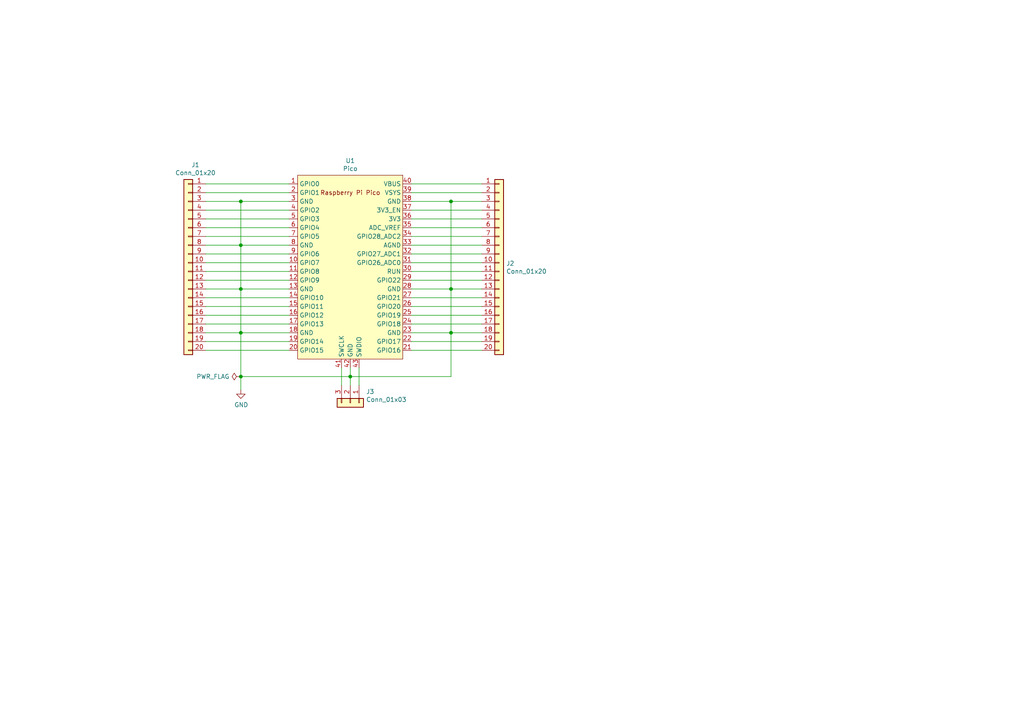
<source format=kicad_sch>
(kicad_sch (version 20211123) (generator eeschema)
  (paper "A4")
  (lib_symbols
    (symbol "Connector_Generic:Conn_01x03" (pin_names (offset 1.016) hide)
      (property "Reference" "J" (at 0 5.08 0))
      (property "Value" "Conn_01x03" (at 0 -5.08 0))
      (symbol "Conn_01x03_1_1"
        (rectangle (start -1.27 -2.413) (end 0 -2.667) (stroke (width 0.1524)))
        (rectangle (start -1.27 0.127) (end 0 -0.127) (stroke (width 0.1524)))
        (rectangle (start -1.27 2.667) (end 0 2.413) (stroke (width 0.1524)))
        (rectangle (start -1.27 3.81) (end 1.27 -3.81) (stroke (width 0.254)) (fill (type background)))
        (pin passive line (at -5.08 2.54 0) (length 3.81) (name "Pin_1") (number "1"))
        (pin passive line (at -5.08 0 0) (length 3.81) (name "Pin_2") (number "2"))
        (pin passive line (at -5.08 -2.54 0) (length 3.81) (name "Pin_3") (number "3"))
      )
    )
    (symbol "Connector_Generic:Conn_01x20" (pin_names (offset 1.016) hide)
      (property "Reference" "J" (at 0 25.4 0))
      (property "Value" "Conn_01x20" (at 0 -27.94 0))
      (symbol "Conn_01x20_1_1"
        (rectangle (start -1.27 -25.273) (end 0 -25.527) (stroke (width 0.1524)))
        (rectangle (start -1.27 -22.733) (end 0 -22.987) (stroke (width 0.1524)))
        (rectangle (start -1.27 -20.193) (end 0 -20.447) (stroke (width 0.1524)))
        (rectangle (start -1.27 -17.653) (end 0 -17.907) (stroke (width 0.1524)))
        (rectangle (start -1.27 -15.113) (end 0 -15.367) (stroke (width 0.1524)))
        (rectangle (start -1.27 -12.573) (end 0 -12.827) (stroke (width 0.1524)))
        (rectangle (start -1.27 -10.033) (end 0 -10.287) (stroke (width 0.1524)))
        (rectangle (start -1.27 -7.493) (end 0 -7.747) (stroke (width 0.1524)))
        (rectangle (start -1.27 -4.953) (end 0 -5.207) (stroke (width 0.1524)))
        (rectangle (start -1.27 -2.413) (end 0 -2.667) (stroke (width 0.1524)))
        (rectangle (start -1.27 0.127) (end 0 -0.127) (stroke (width 0.1524)))
        (rectangle (start -1.27 2.667) (end 0 2.413) (stroke (width 0.1524)))
        (rectangle (start -1.27 5.207) (end 0 4.953) (stroke (width 0.1524)))
        (rectangle (start -1.27 7.747) (end 0 7.493) (stroke (width 0.1524)))
        (rectangle (start -1.27 10.287) (end 0 10.033) (stroke (width 0.1524)))
        (rectangle (start -1.27 12.827) (end 0 12.573) (stroke (width 0.1524)))
        (rectangle (start -1.27 15.367) (end 0 15.113) (stroke (width 0.1524)))
        (rectangle (start -1.27 17.907) (end 0 17.653) (stroke (width 0.1524)))
        (rectangle (start -1.27 20.447) (end 0 20.193) (stroke (width 0.1524)))
        (rectangle (start -1.27 22.987) (end 0 22.733) (stroke (width 0.1524)))
        (rectangle (start -1.27 24.13) (end 1.27 -26.67) (stroke (width 0.254)) (fill (type background)))
        (pin passive line (at -5.08 22.86 0) (length 3.81) (name "Pin_1") (number "1"))
        (pin passive line (at -5.08 0 0) (length 3.81) (name "Pin_10") (number "10"))
        (pin passive line (at -5.08 -2.54 0) (length 3.81) (name "Pin_11") (number "11"))
        (pin passive line (at -5.08 -5.08 0) (length 3.81) (name "Pin_12") (number "12"))
        (pin passive line (at -5.08 -7.62 0) (length 3.81) (name "Pin_13") (number "13"))
        (pin passive line (at -5.08 -10.16 0) (length 3.81) (name "Pin_14") (number "14"))
        (pin passive line (at -5.08 -12.7 0) (length 3.81) (name "Pin_15") (number "15"))
        (pin passive line (at -5.08 -15.24 0) (length 3.81) (name "Pin_16") (number "16"))
        (pin passive line (at -5.08 -17.78 0) (length 3.81) (name "Pin_17") (number "17"))
        (pin passive line (at -5.08 -20.32 0) (length 3.81) (name "Pin_18") (number "18"))
        (pin passive line (at -5.08 -22.86 0) (length 3.81) (name "Pin_19") (number "19"))
        (pin passive line (at -5.08 20.32 0) (length 3.81) (name "Pin_2") (number "2"))
        (pin passive line (at -5.08 -25.4 0) (length 3.81) (name "Pin_20") (number "20"))
        (pin passive line (at -5.08 17.78 0) (length 3.81) (name "Pin_3") (number "3"))
        (pin passive line (at -5.08 15.24 0) (length 3.81) (name "Pin_4") (number "4"))
        (pin passive line (at -5.08 12.7 0) (length 3.81) (name "Pin_5") (number "5"))
        (pin passive line (at -5.08 10.16 0) (length 3.81) (name "Pin_6") (number "6"))
        (pin passive line (at -5.08 7.62 0) (length 3.81) (name "Pin_7") (number "7"))
        (pin passive line (at -5.08 5.08 0) (length 3.81) (name "Pin_8") (number "8"))
        (pin passive line (at -5.08 2.54 0) (length 3.81) (name "Pin_9") (number "9"))
      )
    )
    (symbol "MCU_RaspberryPi_and_Boards:Pico"
      (property "Reference" "U" (at -13.97 27.94 0))
      (property "Value" "Pico" (at 0 19.05 0))
      (symbol "Pico_0_0"
        (text "Raspberry Pi Pico" (at 0 21.59 0) (effects (font (size 1.27 1.27))))
      )
      (symbol "Pico_0_1"
        (rectangle (start -15.24 26.67) (end 15.24 -26.67) (fill (type background)))
      )
      (symbol "Pico_1_1"
        (pin bidirectional line (at -17.78 24.13 0) (length 2.54) (name "GPIO0") (number "1"))
        (pin bidirectional line (at -17.78 1.27 0) (length 2.54) (name "GPIO7") (number "10"))
        (pin bidirectional line (at -17.78 -1.27 0) (length 2.54) (name "GPIO8") (number "11"))
        (pin bidirectional line (at -17.78 -3.81 0) (length 2.54) (name "GPIO9") (number "12"))
        (pin power_in line (at -17.78 -6.35 0) (length 2.54) (name "GND") (number "13"))
        (pin bidirectional line (at -17.78 -8.89 0) (length 2.54) (name "GPIO10") (number "14"))
        (pin bidirectional line (at -17.78 -11.43 0) (length 2.54) (name "GPIO11") (number "15"))
        (pin bidirectional line (at -17.78 -13.97 0) (length 2.54) (name "GPIO12") (number "16"))
        (pin bidirectional line (at -17.78 -16.51 0) (length 2.54) (name "GPIO13") (number "17"))
        (pin power_in line (at -17.78 -19.05 0) (length 2.54) (name "GND") (number "18"))
        (pin bidirectional line (at -17.78 -21.59 0) (length 2.54) (name "GPIO14") (number "19"))
        (pin bidirectional line (at -17.78 21.59 0) (length 2.54) (name "GPIO1") (number "2"))
        (pin bidirectional line (at -17.78 -24.13 0) (length 2.54) (name "GPIO15") (number "20"))
        (pin bidirectional line (at 17.78 -24.13 180) (length 2.54) (name "GPIO16") (number "21"))
        (pin bidirectional line (at 17.78 -21.59 180) (length 2.54) (name "GPIO17") (number "22"))
        (pin power_in line (at 17.78 -19.05 180) (length 2.54) (name "GND") (number "23"))
        (pin bidirectional line (at 17.78 -16.51 180) (length 2.54) (name "GPIO18") (number "24"))
        (pin bidirectional line (at 17.78 -13.97 180) (length 2.54) (name "GPIO19") (number "25"))
        (pin bidirectional line (at 17.78 -11.43 180) (length 2.54) (name "GPIO20") (number "26"))
        (pin bidirectional line (at 17.78 -8.89 180) (length 2.54) (name "GPIO21") (number "27"))
        (pin power_in line (at 17.78 -6.35 180) (length 2.54) (name "GND") (number "28"))
        (pin bidirectional line (at 17.78 -3.81 180) (length 2.54) (name "GPIO22") (number "29"))
        (pin power_in line (at -17.78 19.05 0) (length 2.54) (name "GND") (number "3"))
        (pin input line (at 17.78 -1.27 180) (length 2.54) (name "RUN") (number "30"))
        (pin bidirectional line (at 17.78 1.27 180) (length 2.54) (name "GPIO26_ADC0") (number "31"))
        (pin bidirectional line (at 17.78 3.81 180) (length 2.54) (name "GPIO27_ADC1") (number "32"))
        (pin power_in line (at 17.78 6.35 180) (length 2.54) (name "AGND") (number "33"))
        (pin bidirectional line (at 17.78 8.89 180) (length 2.54) (name "GPIO28_ADC2") (number "34"))
        (pin power_in line (at 17.78 11.43 180) (length 2.54) (name "ADC_VREF") (number "35"))
        (pin power_in line (at 17.78 13.97 180) (length 2.54) (name "3V3") (number "36"))
        (pin input line (at 17.78 16.51 180) (length 2.54) (name "3V3_EN") (number "37"))
        (pin bidirectional line (at 17.78 19.05 180) (length 2.54) (name "GND") (number "38"))
        (pin power_in line (at 17.78 21.59 180) (length 2.54) (name "VSYS") (number "39"))
        (pin bidirectional line (at -17.78 16.51 0) (length 2.54) (name "GPIO2") (number "4"))
        (pin power_in line (at 17.78 24.13 180) (length 2.54) (name "VBUS") (number "40"))
        (pin input line (at -2.54 -29.21 90) (length 2.54) (name "SWCLK") (number "41"))
        (pin power_in line (at 0 -29.21 90) (length 2.54) (name "GND") (number "42"))
        (pin bidirectional line (at 2.54 -29.21 90) (length 2.54) (name "SWDIO") (number "43"))
        (pin bidirectional line (at -17.78 13.97 0) (length 2.54) (name "GPIO3") (number "5"))
        (pin bidirectional line (at -17.78 11.43 0) (length 2.54) (name "GPIO4") (number "6"))
        (pin bidirectional line (at -17.78 8.89 0) (length 2.54) (name "GPIO5") (number "7"))
        (pin power_in line (at -17.78 6.35 0) (length 2.54) (name "GND") (number "8"))
        (pin bidirectional line (at -17.78 3.81 0) (length 2.54) (name "GPIO6") (number "9"))
      )
    )
    (symbol "power:GND" (power) (pin_names (offset 0))
      (property "Value" "GND" (at 0 -3.81 0))
      (symbol "GND_0_1"
        (polyline (pts (xy 0 0) (xy 0 -1.27) (xy 1.27 -1.27) (xy 0 -2.54) (xy -1.27 -1.27) (xy 0 -1.27)))
      )
      (symbol "GND_1_1"
        (pin power_in line (at 0 0 270) (length 0) hide (name "GND") (number "1"))
      )
    )
    (symbol "power:PWR_FLAG" (power) (pin_numbers hide) (pin_names (offset 0) hide)
      (property "Value" "PWR_FLAG" (at 0 3.81 0))
      (symbol "PWR_FLAG_0_0"
        (pin power_out line (at 0 0 90) (length 0) (name "pwr") (number "1"))
      )
      (symbol "PWR_FLAG_0_1"
        (polyline (pts (xy 0 0) (xy 0 1.27) (xy -1.016 1.905) (xy 0 2.54) (xy 1.016 1.905) (xy 0 1.27)))
      )
    )
  )
  (junction (at 69.85 96.52))
  (junction (at 69.85 109.22))
  (junction (at 69.85 58.42))
  (junction (at 69.85 71.12))
  (junction (at 101.6 109.22))
  (junction (at 69.85 83.82))
  (junction (at 130.81 58.42))
  (junction (at 130.81 96.52))
  (junction (at 130.81 83.82))
  (wire (pts (xy 139.7 81.28) (xy 119.38 81.28)))
  (wire (pts (xy 59.69 58.42) (xy 69.85 58.42)))
  (wire (pts (xy 119.38 88.9) (xy 139.7 88.9)))
  (wire (pts (xy 69.85 83.82) (xy 69.85 71.12)))
  (wire (pts (xy 59.69 71.12) (xy 69.85 71.12)))
  (wire (pts (xy 59.69 53.34) (xy 83.82 53.34)))
  (wire (pts (xy 139.7 66.04) (xy 119.38 66.04)))
  (wire (pts (xy 139.7 71.12) (xy 119.38 71.12)))
  (wire (pts (xy 139.7 101.6) (xy 119.38 101.6)))
  (wire (pts (xy 59.69 73.66) (xy 83.82 73.66)))
  (wire (pts (xy 59.69 81.28) (xy 83.82 81.28)))
  (wire (pts (xy 83.82 88.9) (xy 59.69 88.9)))
  (wire (pts (xy 130.81 96.52) (xy 119.38 96.52)))
  (wire (pts (xy 119.38 73.66) (xy 139.7 73.66)))
  (wire (pts (xy 69.85 71.12) (xy 69.85 58.42)))
  (wire (pts (xy 139.7 55.88) (xy 119.38 55.88)))
  (wire (pts (xy 139.7 91.44) (xy 119.38 91.44)))
  (wire (pts (xy 83.82 83.82) (xy 69.85 83.82)))
  (wire (pts (xy 69.85 96.52) (xy 83.82 96.52)))
  (wire (pts (xy 119.38 99.06) (xy 139.7 99.06)))
  (wire (pts (xy 101.6 109.22) (xy 130.81 109.22)))
  (wire (pts (xy 59.69 93.98) (xy 83.82 93.98)))
  (wire (pts (xy 59.69 78.74) (xy 83.82 78.74)))
  (wire (pts (xy 130.81 96.52) (xy 130.81 83.82)))
  (wire (pts (xy 119.38 53.34) (xy 139.7 53.34)))
  (wire (pts (xy 59.69 76.2) (xy 83.82 76.2)))
  (wire (pts (xy 119.38 58.42) (xy 130.81 58.42)))
  (wire (pts (xy 69.85 71.12) (xy 83.82 71.12)))
  (wire (pts (xy 69.85 83.82) (xy 59.69 83.82)))
  (wire (pts (xy 119.38 93.98) (xy 139.7 93.98)))
  (wire (pts (xy 139.7 86.36) (xy 119.38 86.36)))
  (wire (pts (xy 104.14 111.76) (xy 104.14 106.68)))
  (wire (pts (xy 83.82 99.06) (xy 59.69 99.06)))
  (wire (pts (xy 59.69 101.6) (xy 83.82 101.6)))
  (wire (pts (xy 59.69 86.36) (xy 83.82 86.36)))
  (wire (pts (xy 139.7 60.96) (xy 119.38 60.96)))
  (wire (pts (xy 130.81 109.22) (xy 130.81 96.52)))
  (wire (pts (xy 139.7 76.2) (xy 119.38 76.2)))
  (wire (pts (xy 119.38 83.82) (xy 130.81 83.82)))
  (wire (pts (xy 59.69 68.58) (xy 83.82 68.58)))
  (wire (pts (xy 101.6 111.76) (xy 101.6 109.22)))
  (wire (pts (xy 119.38 78.74) (xy 139.7 78.74)))
  (wire (pts (xy 59.69 91.44) (xy 83.82 91.44)))
  (wire (pts (xy 69.85 113.03) (xy 69.85 109.22)))
  (wire (pts (xy 119.38 68.58) (xy 139.7 68.58)))
  (wire (pts (xy 69.85 58.42) (xy 83.82 58.42)))
  (wire (pts (xy 59.69 66.04) (xy 83.82 66.04)))
  (wire (pts (xy 139.7 96.52) (xy 130.81 96.52)))
  (wire (pts (xy 59.69 55.88) (xy 83.82 55.88)))
  (wire (pts (xy 69.85 96.52) (xy 69.85 83.82)))
  (wire (pts (xy 99.06 111.76) (xy 99.06 106.68)))
  (wire (pts (xy 101.6 109.22) (xy 101.6 106.68)))
  (wire (pts (xy 130.81 83.82) (xy 139.7 83.82)))
  (wire (pts (xy 59.69 60.96) (xy 83.82 60.96)))
  (wire (pts (xy 59.69 63.5) (xy 83.82 63.5)))
  (wire (pts (xy 130.81 83.82) (xy 130.81 58.42)))
  (wire (pts (xy 59.69 96.52) (xy 69.85 96.52)))
  (wire (pts (xy 119.38 63.5) (xy 139.7 63.5)))
  (wire (pts (xy 69.85 109.22) (xy 69.85 96.52)))
  (wire (pts (xy 130.81 58.42) (xy 139.7 58.42)))
  (wire (pts (xy 69.85 109.22) (xy 101.6 109.22)))
  (symbol (lib_id "MCU_RaspberryPi_and_Boards:Pico") (at 101.6 77.47 0) (unit 1)
    (property "Reference" "U1" (at 101.6 46.609 0))
    (property "Value" "Pico" (at 101.6 48.9204 0))
    (property "Footprint" "MCU_RaspberryPi_and_Boards:RPi_Pico_SMD_TH" (effects hide))
  )
  (symbol (lib_id "Connector_Generic:Conn_01x20") (at 54.61 76.2 0) (mirror y) (unit 1)
    (property "Reference" "J1" (at 56.6928 47.8282 0))
    (property "Value" "Conn_01x20" (at 56.6928 50.1396 0))
    (property "Footprint" "Connector_PinSocket_1.00mm:PinSocket_1x20_P1.00mm_Vertical" (effects hide))
  )
  (symbol (lib_id "Connector_Generic:Conn_01x20") (at 144.78 76.2 0) (unit 1)
    (property "Reference" "J2" (at 146.812 76.4032 0) (effects (justify left)))
    (property "Value" "Conn_01x20" (at 146.812 78.7146 0) (effects (justify left)))
    (property "Footprint" "Connector_PinSocket_1.00mm:PinSocket_1x20_P1.00mm_Vertical" (effects hide))
  )
  (symbol (lib_id "Connector_Generic:Conn_01x03") (at 101.6 116.84 270) (unit 1)
    (property "Reference" "J3" (at 106.172 113.5888 90) (effects (justify left)))
    (property "Value" "Conn_01x03" (at 106.172 115.9002 90) (effects (justify left)))
    (property "Footprint" "Connector_PinSocket_1.00mm:PinSocket_1x03_P1.00mm_Vertical" (effects hide))
  )
  (symbol (lib_id "power:GND") (at 69.85 113.03 0) (unit 1)
    (property "Reference" "#PWR0101" (effects hide))
    (property "Value" "GND" (at 69.977 117.4242 0))
  )
  (symbol (lib_id "power:PWR_FLAG") (at 69.85 109.22 90) (unit 1)
    (property "Reference" "#FLG0101" (effects hide))
    (property "Value" "PWR_FLAG" (at 66.5988 109.22 90) (effects (justify left)))
  )
)
</source>
